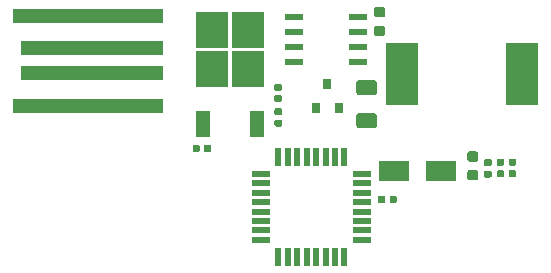
<source format=gbr>
G04 #@! TF.GenerationSoftware,KiCad,Pcbnew,(5.1.0-0)*
G04 #@! TF.CreationDate,2020-07-07T18:13:47+01:00*
G04 #@! TF.ProjectId,autoFan,6175746f-4661-46e2-9e6b-696361645f70,rev?*
G04 #@! TF.SameCoordinates,Original*
G04 #@! TF.FileFunction,Paste,Top*
G04 #@! TF.FilePolarity,Positive*
%FSLAX46Y46*%
G04 Gerber Fmt 4.6, Leading zero omitted, Abs format (unit mm)*
G04 Created by KiCad (PCBNEW (5.1.0-0)) date 2020-07-07 18:13:47*
%MOMM*%
%LPD*%
G04 APERTURE LIST*
%ADD10C,0.100000*%
%ADD11C,0.590000*%
%ADD12R,2.500000X1.800000*%
%ADD13R,2.800000X5.300000*%
%ADD14R,0.800000X0.900000*%
%ADD15C,1.250000*%
%ADD16R,1.200000X2.200000*%
%ADD17R,2.750000X3.050000*%
%ADD18R,1.600000X0.550000*%
%ADD19R,0.550000X1.600000*%
%ADD20R,1.550000X0.600000*%
%ADD21R,12.065000X1.270000*%
%ADD22R,12.700000X1.270000*%
%ADD23C,0.875000*%
G04 APERTURE END LIST*
D10*
G36*
X176651958Y-114140710D02*
G01*
X176666276Y-114142834D01*
X176680317Y-114146351D01*
X176693946Y-114151228D01*
X176707031Y-114157417D01*
X176719447Y-114164858D01*
X176731073Y-114173481D01*
X176741798Y-114183202D01*
X176751519Y-114193927D01*
X176760142Y-114205553D01*
X176767583Y-114217969D01*
X176773772Y-114231054D01*
X176778649Y-114244683D01*
X176782166Y-114258724D01*
X176784290Y-114273042D01*
X176785000Y-114287500D01*
X176785000Y-114632500D01*
X176784290Y-114646958D01*
X176782166Y-114661276D01*
X176778649Y-114675317D01*
X176773772Y-114688946D01*
X176767583Y-114702031D01*
X176760142Y-114714447D01*
X176751519Y-114726073D01*
X176741798Y-114736798D01*
X176731073Y-114746519D01*
X176719447Y-114755142D01*
X176707031Y-114762583D01*
X176693946Y-114768772D01*
X176680317Y-114773649D01*
X176666276Y-114777166D01*
X176651958Y-114779290D01*
X176637500Y-114780000D01*
X176342500Y-114780000D01*
X176328042Y-114779290D01*
X176313724Y-114777166D01*
X176299683Y-114773649D01*
X176286054Y-114768772D01*
X176272969Y-114762583D01*
X176260553Y-114755142D01*
X176248927Y-114746519D01*
X176238202Y-114736798D01*
X176228481Y-114726073D01*
X176219858Y-114714447D01*
X176212417Y-114702031D01*
X176206228Y-114688946D01*
X176201351Y-114675317D01*
X176197834Y-114661276D01*
X176195710Y-114646958D01*
X176195000Y-114632500D01*
X176195000Y-114287500D01*
X176195710Y-114273042D01*
X176197834Y-114258724D01*
X176201351Y-114244683D01*
X176206228Y-114231054D01*
X176212417Y-114217969D01*
X176219858Y-114205553D01*
X176228481Y-114193927D01*
X176238202Y-114183202D01*
X176248927Y-114173481D01*
X176260553Y-114164858D01*
X176272969Y-114157417D01*
X176286054Y-114151228D01*
X176299683Y-114146351D01*
X176313724Y-114142834D01*
X176328042Y-114140710D01*
X176342500Y-114140000D01*
X176637500Y-114140000D01*
X176651958Y-114140710D01*
X176651958Y-114140710D01*
G37*
D11*
X176490000Y-114460000D03*
D10*
G36*
X175681958Y-114140710D02*
G01*
X175696276Y-114142834D01*
X175710317Y-114146351D01*
X175723946Y-114151228D01*
X175737031Y-114157417D01*
X175749447Y-114164858D01*
X175761073Y-114173481D01*
X175771798Y-114183202D01*
X175781519Y-114193927D01*
X175790142Y-114205553D01*
X175797583Y-114217969D01*
X175803772Y-114231054D01*
X175808649Y-114244683D01*
X175812166Y-114258724D01*
X175814290Y-114273042D01*
X175815000Y-114287500D01*
X175815000Y-114632500D01*
X175814290Y-114646958D01*
X175812166Y-114661276D01*
X175808649Y-114675317D01*
X175803772Y-114688946D01*
X175797583Y-114702031D01*
X175790142Y-114714447D01*
X175781519Y-114726073D01*
X175771798Y-114736798D01*
X175761073Y-114746519D01*
X175749447Y-114755142D01*
X175737031Y-114762583D01*
X175723946Y-114768772D01*
X175710317Y-114773649D01*
X175696276Y-114777166D01*
X175681958Y-114779290D01*
X175667500Y-114780000D01*
X175372500Y-114780000D01*
X175358042Y-114779290D01*
X175343724Y-114777166D01*
X175329683Y-114773649D01*
X175316054Y-114768772D01*
X175302969Y-114762583D01*
X175290553Y-114755142D01*
X175278927Y-114746519D01*
X175268202Y-114736798D01*
X175258481Y-114726073D01*
X175249858Y-114714447D01*
X175242417Y-114702031D01*
X175236228Y-114688946D01*
X175231351Y-114675317D01*
X175227834Y-114661276D01*
X175225710Y-114646958D01*
X175225000Y-114632500D01*
X175225000Y-114287500D01*
X175225710Y-114273042D01*
X175227834Y-114258724D01*
X175231351Y-114244683D01*
X175236228Y-114231054D01*
X175242417Y-114217969D01*
X175249858Y-114205553D01*
X175258481Y-114193927D01*
X175268202Y-114183202D01*
X175278927Y-114173481D01*
X175290553Y-114164858D01*
X175302969Y-114157417D01*
X175316054Y-114151228D01*
X175329683Y-114146351D01*
X175343724Y-114142834D01*
X175358042Y-114140710D01*
X175372500Y-114140000D01*
X175667500Y-114140000D01*
X175681958Y-114140710D01*
X175681958Y-114140710D01*
G37*
D11*
X175520000Y-114460000D03*
D10*
G36*
X182646958Y-108985710D02*
G01*
X182661276Y-108987834D01*
X182675317Y-108991351D01*
X182688946Y-108996228D01*
X182702031Y-109002417D01*
X182714447Y-109009858D01*
X182726073Y-109018481D01*
X182736798Y-109028202D01*
X182746519Y-109038927D01*
X182755142Y-109050553D01*
X182762583Y-109062969D01*
X182768772Y-109076054D01*
X182773649Y-109089683D01*
X182777166Y-109103724D01*
X182779290Y-109118042D01*
X182780000Y-109132500D01*
X182780000Y-109427500D01*
X182779290Y-109441958D01*
X182777166Y-109456276D01*
X182773649Y-109470317D01*
X182768772Y-109483946D01*
X182762583Y-109497031D01*
X182755142Y-109509447D01*
X182746519Y-109521073D01*
X182736798Y-109531798D01*
X182726073Y-109541519D01*
X182714447Y-109550142D01*
X182702031Y-109557583D01*
X182688946Y-109563772D01*
X182675317Y-109568649D01*
X182661276Y-109572166D01*
X182646958Y-109574290D01*
X182632500Y-109575000D01*
X182287500Y-109575000D01*
X182273042Y-109574290D01*
X182258724Y-109572166D01*
X182244683Y-109568649D01*
X182231054Y-109563772D01*
X182217969Y-109557583D01*
X182205553Y-109550142D01*
X182193927Y-109541519D01*
X182183202Y-109531798D01*
X182173481Y-109521073D01*
X182164858Y-109509447D01*
X182157417Y-109497031D01*
X182151228Y-109483946D01*
X182146351Y-109470317D01*
X182142834Y-109456276D01*
X182140710Y-109441958D01*
X182140000Y-109427500D01*
X182140000Y-109132500D01*
X182140710Y-109118042D01*
X182142834Y-109103724D01*
X182146351Y-109089683D01*
X182151228Y-109076054D01*
X182157417Y-109062969D01*
X182164858Y-109050553D01*
X182173481Y-109038927D01*
X182183202Y-109028202D01*
X182193927Y-109018481D01*
X182205553Y-109009858D01*
X182217969Y-109002417D01*
X182231054Y-108996228D01*
X182244683Y-108991351D01*
X182258724Y-108987834D01*
X182273042Y-108985710D01*
X182287500Y-108985000D01*
X182632500Y-108985000D01*
X182646958Y-108985710D01*
X182646958Y-108985710D01*
G37*
D11*
X182460000Y-109280000D03*
D10*
G36*
X182646958Y-109955710D02*
G01*
X182661276Y-109957834D01*
X182675317Y-109961351D01*
X182688946Y-109966228D01*
X182702031Y-109972417D01*
X182714447Y-109979858D01*
X182726073Y-109988481D01*
X182736798Y-109998202D01*
X182746519Y-110008927D01*
X182755142Y-110020553D01*
X182762583Y-110032969D01*
X182768772Y-110046054D01*
X182773649Y-110059683D01*
X182777166Y-110073724D01*
X182779290Y-110088042D01*
X182780000Y-110102500D01*
X182780000Y-110397500D01*
X182779290Y-110411958D01*
X182777166Y-110426276D01*
X182773649Y-110440317D01*
X182768772Y-110453946D01*
X182762583Y-110467031D01*
X182755142Y-110479447D01*
X182746519Y-110491073D01*
X182736798Y-110501798D01*
X182726073Y-110511519D01*
X182714447Y-110520142D01*
X182702031Y-110527583D01*
X182688946Y-110533772D01*
X182675317Y-110538649D01*
X182661276Y-110542166D01*
X182646958Y-110544290D01*
X182632500Y-110545000D01*
X182287500Y-110545000D01*
X182273042Y-110544290D01*
X182258724Y-110542166D01*
X182244683Y-110538649D01*
X182231054Y-110533772D01*
X182217969Y-110527583D01*
X182205553Y-110520142D01*
X182193927Y-110511519D01*
X182183202Y-110501798D01*
X182173481Y-110491073D01*
X182164858Y-110479447D01*
X182157417Y-110467031D01*
X182151228Y-110453946D01*
X182146351Y-110440317D01*
X182142834Y-110426276D01*
X182140710Y-110411958D01*
X182140000Y-110397500D01*
X182140000Y-110102500D01*
X182140710Y-110088042D01*
X182142834Y-110073724D01*
X182146351Y-110059683D01*
X182151228Y-110046054D01*
X182157417Y-110032969D01*
X182164858Y-110020553D01*
X182173481Y-110008927D01*
X182183202Y-109998202D01*
X182193927Y-109988481D01*
X182205553Y-109979858D01*
X182217969Y-109972417D01*
X182231054Y-109966228D01*
X182244683Y-109961351D01*
X182258724Y-109957834D01*
X182273042Y-109955710D01*
X182287500Y-109955000D01*
X182632500Y-109955000D01*
X182646958Y-109955710D01*
X182646958Y-109955710D01*
G37*
D11*
X182460000Y-110250000D03*
D10*
G36*
X182666958Y-111050710D02*
G01*
X182681276Y-111052834D01*
X182695317Y-111056351D01*
X182708946Y-111061228D01*
X182722031Y-111067417D01*
X182734447Y-111074858D01*
X182746073Y-111083481D01*
X182756798Y-111093202D01*
X182766519Y-111103927D01*
X182775142Y-111115553D01*
X182782583Y-111127969D01*
X182788772Y-111141054D01*
X182793649Y-111154683D01*
X182797166Y-111168724D01*
X182799290Y-111183042D01*
X182800000Y-111197500D01*
X182800000Y-111492500D01*
X182799290Y-111506958D01*
X182797166Y-111521276D01*
X182793649Y-111535317D01*
X182788772Y-111548946D01*
X182782583Y-111562031D01*
X182775142Y-111574447D01*
X182766519Y-111586073D01*
X182756798Y-111596798D01*
X182746073Y-111606519D01*
X182734447Y-111615142D01*
X182722031Y-111622583D01*
X182708946Y-111628772D01*
X182695317Y-111633649D01*
X182681276Y-111637166D01*
X182666958Y-111639290D01*
X182652500Y-111640000D01*
X182307500Y-111640000D01*
X182293042Y-111639290D01*
X182278724Y-111637166D01*
X182264683Y-111633649D01*
X182251054Y-111628772D01*
X182237969Y-111622583D01*
X182225553Y-111615142D01*
X182213927Y-111606519D01*
X182203202Y-111596798D01*
X182193481Y-111586073D01*
X182184858Y-111574447D01*
X182177417Y-111562031D01*
X182171228Y-111548946D01*
X182166351Y-111535317D01*
X182162834Y-111521276D01*
X182160710Y-111506958D01*
X182160000Y-111492500D01*
X182160000Y-111197500D01*
X182160710Y-111183042D01*
X182162834Y-111168724D01*
X182166351Y-111154683D01*
X182171228Y-111141054D01*
X182177417Y-111127969D01*
X182184858Y-111115553D01*
X182193481Y-111103927D01*
X182203202Y-111093202D01*
X182213927Y-111083481D01*
X182225553Y-111074858D01*
X182237969Y-111067417D01*
X182251054Y-111061228D01*
X182264683Y-111056351D01*
X182278724Y-111052834D01*
X182293042Y-111050710D01*
X182307500Y-111050000D01*
X182652500Y-111050000D01*
X182666958Y-111050710D01*
X182666958Y-111050710D01*
G37*
D11*
X182480000Y-111345000D03*
D10*
G36*
X182666958Y-112020710D02*
G01*
X182681276Y-112022834D01*
X182695317Y-112026351D01*
X182708946Y-112031228D01*
X182722031Y-112037417D01*
X182734447Y-112044858D01*
X182746073Y-112053481D01*
X182756798Y-112063202D01*
X182766519Y-112073927D01*
X182775142Y-112085553D01*
X182782583Y-112097969D01*
X182788772Y-112111054D01*
X182793649Y-112124683D01*
X182797166Y-112138724D01*
X182799290Y-112153042D01*
X182800000Y-112167500D01*
X182800000Y-112462500D01*
X182799290Y-112476958D01*
X182797166Y-112491276D01*
X182793649Y-112505317D01*
X182788772Y-112518946D01*
X182782583Y-112532031D01*
X182775142Y-112544447D01*
X182766519Y-112556073D01*
X182756798Y-112566798D01*
X182746073Y-112576519D01*
X182734447Y-112585142D01*
X182722031Y-112592583D01*
X182708946Y-112598772D01*
X182695317Y-112603649D01*
X182681276Y-112607166D01*
X182666958Y-112609290D01*
X182652500Y-112610000D01*
X182307500Y-112610000D01*
X182293042Y-112609290D01*
X182278724Y-112607166D01*
X182264683Y-112603649D01*
X182251054Y-112598772D01*
X182237969Y-112592583D01*
X182225553Y-112585142D01*
X182213927Y-112576519D01*
X182203202Y-112566798D01*
X182193481Y-112556073D01*
X182184858Y-112544447D01*
X182177417Y-112532031D01*
X182171228Y-112518946D01*
X182166351Y-112505317D01*
X182162834Y-112491276D01*
X182160710Y-112476958D01*
X182160000Y-112462500D01*
X182160000Y-112167500D01*
X182160710Y-112153042D01*
X182162834Y-112138724D01*
X182166351Y-112124683D01*
X182171228Y-112111054D01*
X182177417Y-112097969D01*
X182184858Y-112085553D01*
X182193481Y-112073927D01*
X182203202Y-112063202D01*
X182213927Y-112053481D01*
X182225553Y-112044858D01*
X182237969Y-112037417D01*
X182251054Y-112031228D01*
X182264683Y-112026351D01*
X182278724Y-112022834D01*
X182293042Y-112020710D01*
X182307500Y-112020000D01*
X182652500Y-112020000D01*
X182666958Y-112020710D01*
X182666958Y-112020710D01*
G37*
D11*
X182480000Y-112315000D03*
D10*
G36*
X202496958Y-116300710D02*
G01*
X202511276Y-116302834D01*
X202525317Y-116306351D01*
X202538946Y-116311228D01*
X202552031Y-116317417D01*
X202564447Y-116324858D01*
X202576073Y-116333481D01*
X202586798Y-116343202D01*
X202596519Y-116353927D01*
X202605142Y-116365553D01*
X202612583Y-116377969D01*
X202618772Y-116391054D01*
X202623649Y-116404683D01*
X202627166Y-116418724D01*
X202629290Y-116433042D01*
X202630000Y-116447500D01*
X202630000Y-116742500D01*
X202629290Y-116756958D01*
X202627166Y-116771276D01*
X202623649Y-116785317D01*
X202618772Y-116798946D01*
X202612583Y-116812031D01*
X202605142Y-116824447D01*
X202596519Y-116836073D01*
X202586798Y-116846798D01*
X202576073Y-116856519D01*
X202564447Y-116865142D01*
X202552031Y-116872583D01*
X202538946Y-116878772D01*
X202525317Y-116883649D01*
X202511276Y-116887166D01*
X202496958Y-116889290D01*
X202482500Y-116890000D01*
X202137500Y-116890000D01*
X202123042Y-116889290D01*
X202108724Y-116887166D01*
X202094683Y-116883649D01*
X202081054Y-116878772D01*
X202067969Y-116872583D01*
X202055553Y-116865142D01*
X202043927Y-116856519D01*
X202033202Y-116846798D01*
X202023481Y-116836073D01*
X202014858Y-116824447D01*
X202007417Y-116812031D01*
X202001228Y-116798946D01*
X201996351Y-116785317D01*
X201992834Y-116771276D01*
X201990710Y-116756958D01*
X201990000Y-116742500D01*
X201990000Y-116447500D01*
X201990710Y-116433042D01*
X201992834Y-116418724D01*
X201996351Y-116404683D01*
X202001228Y-116391054D01*
X202007417Y-116377969D01*
X202014858Y-116365553D01*
X202023481Y-116353927D01*
X202033202Y-116343202D01*
X202043927Y-116333481D01*
X202055553Y-116324858D01*
X202067969Y-116317417D01*
X202081054Y-116311228D01*
X202094683Y-116306351D01*
X202108724Y-116302834D01*
X202123042Y-116300710D01*
X202137500Y-116300000D01*
X202482500Y-116300000D01*
X202496958Y-116300710D01*
X202496958Y-116300710D01*
G37*
D11*
X202310000Y-116595000D03*
D10*
G36*
X202496958Y-115330710D02*
G01*
X202511276Y-115332834D01*
X202525317Y-115336351D01*
X202538946Y-115341228D01*
X202552031Y-115347417D01*
X202564447Y-115354858D01*
X202576073Y-115363481D01*
X202586798Y-115373202D01*
X202596519Y-115383927D01*
X202605142Y-115395553D01*
X202612583Y-115407969D01*
X202618772Y-115421054D01*
X202623649Y-115434683D01*
X202627166Y-115448724D01*
X202629290Y-115463042D01*
X202630000Y-115477500D01*
X202630000Y-115772500D01*
X202629290Y-115786958D01*
X202627166Y-115801276D01*
X202623649Y-115815317D01*
X202618772Y-115828946D01*
X202612583Y-115842031D01*
X202605142Y-115854447D01*
X202596519Y-115866073D01*
X202586798Y-115876798D01*
X202576073Y-115886519D01*
X202564447Y-115895142D01*
X202552031Y-115902583D01*
X202538946Y-115908772D01*
X202525317Y-115913649D01*
X202511276Y-115917166D01*
X202496958Y-115919290D01*
X202482500Y-115920000D01*
X202137500Y-115920000D01*
X202123042Y-115919290D01*
X202108724Y-115917166D01*
X202094683Y-115913649D01*
X202081054Y-115908772D01*
X202067969Y-115902583D01*
X202055553Y-115895142D01*
X202043927Y-115886519D01*
X202033202Y-115876798D01*
X202023481Y-115866073D01*
X202014858Y-115854447D01*
X202007417Y-115842031D01*
X202001228Y-115828946D01*
X201996351Y-115815317D01*
X201992834Y-115801276D01*
X201990710Y-115786958D01*
X201990000Y-115772500D01*
X201990000Y-115477500D01*
X201990710Y-115463042D01*
X201992834Y-115448724D01*
X201996351Y-115434683D01*
X202001228Y-115421054D01*
X202007417Y-115407969D01*
X202014858Y-115395553D01*
X202023481Y-115383927D01*
X202033202Y-115373202D01*
X202043927Y-115363481D01*
X202055553Y-115354858D01*
X202067969Y-115347417D01*
X202081054Y-115341228D01*
X202094683Y-115336351D01*
X202108724Y-115332834D01*
X202123042Y-115330710D01*
X202137500Y-115330000D01*
X202482500Y-115330000D01*
X202496958Y-115330710D01*
X202496958Y-115330710D01*
G37*
D11*
X202310000Y-115625000D03*
D10*
G36*
X200416958Y-116340710D02*
G01*
X200431276Y-116342834D01*
X200445317Y-116346351D01*
X200458946Y-116351228D01*
X200472031Y-116357417D01*
X200484447Y-116364858D01*
X200496073Y-116373481D01*
X200506798Y-116383202D01*
X200516519Y-116393927D01*
X200525142Y-116405553D01*
X200532583Y-116417969D01*
X200538772Y-116431054D01*
X200543649Y-116444683D01*
X200547166Y-116458724D01*
X200549290Y-116473042D01*
X200550000Y-116487500D01*
X200550000Y-116782500D01*
X200549290Y-116796958D01*
X200547166Y-116811276D01*
X200543649Y-116825317D01*
X200538772Y-116838946D01*
X200532583Y-116852031D01*
X200525142Y-116864447D01*
X200516519Y-116876073D01*
X200506798Y-116886798D01*
X200496073Y-116896519D01*
X200484447Y-116905142D01*
X200472031Y-116912583D01*
X200458946Y-116918772D01*
X200445317Y-116923649D01*
X200431276Y-116927166D01*
X200416958Y-116929290D01*
X200402500Y-116930000D01*
X200057500Y-116930000D01*
X200043042Y-116929290D01*
X200028724Y-116927166D01*
X200014683Y-116923649D01*
X200001054Y-116918772D01*
X199987969Y-116912583D01*
X199975553Y-116905142D01*
X199963927Y-116896519D01*
X199953202Y-116886798D01*
X199943481Y-116876073D01*
X199934858Y-116864447D01*
X199927417Y-116852031D01*
X199921228Y-116838946D01*
X199916351Y-116825317D01*
X199912834Y-116811276D01*
X199910710Y-116796958D01*
X199910000Y-116782500D01*
X199910000Y-116487500D01*
X199910710Y-116473042D01*
X199912834Y-116458724D01*
X199916351Y-116444683D01*
X199921228Y-116431054D01*
X199927417Y-116417969D01*
X199934858Y-116405553D01*
X199943481Y-116393927D01*
X199953202Y-116383202D01*
X199963927Y-116373481D01*
X199975553Y-116364858D01*
X199987969Y-116357417D01*
X200001054Y-116351228D01*
X200014683Y-116346351D01*
X200028724Y-116342834D01*
X200043042Y-116340710D01*
X200057500Y-116340000D01*
X200402500Y-116340000D01*
X200416958Y-116340710D01*
X200416958Y-116340710D01*
G37*
D11*
X200230000Y-116635000D03*
D10*
G36*
X200416958Y-115370710D02*
G01*
X200431276Y-115372834D01*
X200445317Y-115376351D01*
X200458946Y-115381228D01*
X200472031Y-115387417D01*
X200484447Y-115394858D01*
X200496073Y-115403481D01*
X200506798Y-115413202D01*
X200516519Y-115423927D01*
X200525142Y-115435553D01*
X200532583Y-115447969D01*
X200538772Y-115461054D01*
X200543649Y-115474683D01*
X200547166Y-115488724D01*
X200549290Y-115503042D01*
X200550000Y-115517500D01*
X200550000Y-115812500D01*
X200549290Y-115826958D01*
X200547166Y-115841276D01*
X200543649Y-115855317D01*
X200538772Y-115868946D01*
X200532583Y-115882031D01*
X200525142Y-115894447D01*
X200516519Y-115906073D01*
X200506798Y-115916798D01*
X200496073Y-115926519D01*
X200484447Y-115935142D01*
X200472031Y-115942583D01*
X200458946Y-115948772D01*
X200445317Y-115953649D01*
X200431276Y-115957166D01*
X200416958Y-115959290D01*
X200402500Y-115960000D01*
X200057500Y-115960000D01*
X200043042Y-115959290D01*
X200028724Y-115957166D01*
X200014683Y-115953649D01*
X200001054Y-115948772D01*
X199987969Y-115942583D01*
X199975553Y-115935142D01*
X199963927Y-115926519D01*
X199953202Y-115916798D01*
X199943481Y-115906073D01*
X199934858Y-115894447D01*
X199927417Y-115882031D01*
X199921228Y-115868946D01*
X199916351Y-115855317D01*
X199912834Y-115841276D01*
X199910710Y-115826958D01*
X199910000Y-115812500D01*
X199910000Y-115517500D01*
X199910710Y-115503042D01*
X199912834Y-115488724D01*
X199916351Y-115474683D01*
X199921228Y-115461054D01*
X199927417Y-115447969D01*
X199934858Y-115435553D01*
X199943481Y-115423927D01*
X199953202Y-115413202D01*
X199963927Y-115403481D01*
X199975553Y-115394858D01*
X199987969Y-115387417D01*
X200001054Y-115381228D01*
X200014683Y-115376351D01*
X200028724Y-115372834D01*
X200043042Y-115370710D01*
X200057500Y-115370000D01*
X200402500Y-115370000D01*
X200416958Y-115370710D01*
X200416958Y-115370710D01*
G37*
D11*
X200230000Y-115665000D03*
D12*
X196290000Y-116410000D03*
X192290000Y-116410000D03*
D13*
X203100000Y-108130000D03*
X193000000Y-108130000D03*
D14*
X185690000Y-111000000D03*
X187590000Y-111000000D03*
X186640000Y-109000000D03*
D10*
G36*
X191391958Y-118450710D02*
G01*
X191406276Y-118452834D01*
X191420317Y-118456351D01*
X191433946Y-118461228D01*
X191447031Y-118467417D01*
X191459447Y-118474858D01*
X191471073Y-118483481D01*
X191481798Y-118493202D01*
X191491519Y-118503927D01*
X191500142Y-118515553D01*
X191507583Y-118527969D01*
X191513772Y-118541054D01*
X191518649Y-118554683D01*
X191522166Y-118568724D01*
X191524290Y-118583042D01*
X191525000Y-118597500D01*
X191525000Y-118942500D01*
X191524290Y-118956958D01*
X191522166Y-118971276D01*
X191518649Y-118985317D01*
X191513772Y-118998946D01*
X191507583Y-119012031D01*
X191500142Y-119024447D01*
X191491519Y-119036073D01*
X191481798Y-119046798D01*
X191471073Y-119056519D01*
X191459447Y-119065142D01*
X191447031Y-119072583D01*
X191433946Y-119078772D01*
X191420317Y-119083649D01*
X191406276Y-119087166D01*
X191391958Y-119089290D01*
X191377500Y-119090000D01*
X191082500Y-119090000D01*
X191068042Y-119089290D01*
X191053724Y-119087166D01*
X191039683Y-119083649D01*
X191026054Y-119078772D01*
X191012969Y-119072583D01*
X191000553Y-119065142D01*
X190988927Y-119056519D01*
X190978202Y-119046798D01*
X190968481Y-119036073D01*
X190959858Y-119024447D01*
X190952417Y-119012031D01*
X190946228Y-118998946D01*
X190941351Y-118985317D01*
X190937834Y-118971276D01*
X190935710Y-118956958D01*
X190935000Y-118942500D01*
X190935000Y-118597500D01*
X190935710Y-118583042D01*
X190937834Y-118568724D01*
X190941351Y-118554683D01*
X190946228Y-118541054D01*
X190952417Y-118527969D01*
X190959858Y-118515553D01*
X190968481Y-118503927D01*
X190978202Y-118493202D01*
X190988927Y-118483481D01*
X191000553Y-118474858D01*
X191012969Y-118467417D01*
X191026054Y-118461228D01*
X191039683Y-118456351D01*
X191053724Y-118452834D01*
X191068042Y-118450710D01*
X191082500Y-118450000D01*
X191377500Y-118450000D01*
X191391958Y-118450710D01*
X191391958Y-118450710D01*
G37*
D11*
X191230000Y-118770000D03*
D10*
G36*
X192361958Y-118450710D02*
G01*
X192376276Y-118452834D01*
X192390317Y-118456351D01*
X192403946Y-118461228D01*
X192417031Y-118467417D01*
X192429447Y-118474858D01*
X192441073Y-118483481D01*
X192451798Y-118493202D01*
X192461519Y-118503927D01*
X192470142Y-118515553D01*
X192477583Y-118527969D01*
X192483772Y-118541054D01*
X192488649Y-118554683D01*
X192492166Y-118568724D01*
X192494290Y-118583042D01*
X192495000Y-118597500D01*
X192495000Y-118942500D01*
X192494290Y-118956958D01*
X192492166Y-118971276D01*
X192488649Y-118985317D01*
X192483772Y-118998946D01*
X192477583Y-119012031D01*
X192470142Y-119024447D01*
X192461519Y-119036073D01*
X192451798Y-119046798D01*
X192441073Y-119056519D01*
X192429447Y-119065142D01*
X192417031Y-119072583D01*
X192403946Y-119078772D01*
X192390317Y-119083649D01*
X192376276Y-119087166D01*
X192361958Y-119089290D01*
X192347500Y-119090000D01*
X192052500Y-119090000D01*
X192038042Y-119089290D01*
X192023724Y-119087166D01*
X192009683Y-119083649D01*
X191996054Y-119078772D01*
X191982969Y-119072583D01*
X191970553Y-119065142D01*
X191958927Y-119056519D01*
X191948202Y-119046798D01*
X191938481Y-119036073D01*
X191929858Y-119024447D01*
X191922417Y-119012031D01*
X191916228Y-118998946D01*
X191911351Y-118985317D01*
X191907834Y-118971276D01*
X191905710Y-118956958D01*
X191905000Y-118942500D01*
X191905000Y-118597500D01*
X191905710Y-118583042D01*
X191907834Y-118568724D01*
X191911351Y-118554683D01*
X191916228Y-118541054D01*
X191922417Y-118527969D01*
X191929858Y-118515553D01*
X191938481Y-118503927D01*
X191948202Y-118493202D01*
X191958927Y-118483481D01*
X191970553Y-118474858D01*
X191982969Y-118467417D01*
X191996054Y-118461228D01*
X192009683Y-118456351D01*
X192023724Y-118452834D01*
X192038042Y-118450710D01*
X192052500Y-118450000D01*
X192347500Y-118450000D01*
X192361958Y-118450710D01*
X192361958Y-118450710D01*
G37*
D11*
X192200000Y-118770000D03*
D10*
G36*
X201476958Y-115340710D02*
G01*
X201491276Y-115342834D01*
X201505317Y-115346351D01*
X201518946Y-115351228D01*
X201532031Y-115357417D01*
X201544447Y-115364858D01*
X201556073Y-115373481D01*
X201566798Y-115383202D01*
X201576519Y-115393927D01*
X201585142Y-115405553D01*
X201592583Y-115417969D01*
X201598772Y-115431054D01*
X201603649Y-115444683D01*
X201607166Y-115458724D01*
X201609290Y-115473042D01*
X201610000Y-115487500D01*
X201610000Y-115782500D01*
X201609290Y-115796958D01*
X201607166Y-115811276D01*
X201603649Y-115825317D01*
X201598772Y-115838946D01*
X201592583Y-115852031D01*
X201585142Y-115864447D01*
X201576519Y-115876073D01*
X201566798Y-115886798D01*
X201556073Y-115896519D01*
X201544447Y-115905142D01*
X201532031Y-115912583D01*
X201518946Y-115918772D01*
X201505317Y-115923649D01*
X201491276Y-115927166D01*
X201476958Y-115929290D01*
X201462500Y-115930000D01*
X201117500Y-115930000D01*
X201103042Y-115929290D01*
X201088724Y-115927166D01*
X201074683Y-115923649D01*
X201061054Y-115918772D01*
X201047969Y-115912583D01*
X201035553Y-115905142D01*
X201023927Y-115896519D01*
X201013202Y-115886798D01*
X201003481Y-115876073D01*
X200994858Y-115864447D01*
X200987417Y-115852031D01*
X200981228Y-115838946D01*
X200976351Y-115825317D01*
X200972834Y-115811276D01*
X200970710Y-115796958D01*
X200970000Y-115782500D01*
X200970000Y-115487500D01*
X200970710Y-115473042D01*
X200972834Y-115458724D01*
X200976351Y-115444683D01*
X200981228Y-115431054D01*
X200987417Y-115417969D01*
X200994858Y-115405553D01*
X201003481Y-115393927D01*
X201013202Y-115383202D01*
X201023927Y-115373481D01*
X201035553Y-115364858D01*
X201047969Y-115357417D01*
X201061054Y-115351228D01*
X201074683Y-115346351D01*
X201088724Y-115342834D01*
X201103042Y-115340710D01*
X201117500Y-115340000D01*
X201462500Y-115340000D01*
X201476958Y-115340710D01*
X201476958Y-115340710D01*
G37*
D11*
X201290000Y-115635000D03*
D10*
G36*
X201476958Y-116310710D02*
G01*
X201491276Y-116312834D01*
X201505317Y-116316351D01*
X201518946Y-116321228D01*
X201532031Y-116327417D01*
X201544447Y-116334858D01*
X201556073Y-116343481D01*
X201566798Y-116353202D01*
X201576519Y-116363927D01*
X201585142Y-116375553D01*
X201592583Y-116387969D01*
X201598772Y-116401054D01*
X201603649Y-116414683D01*
X201607166Y-116428724D01*
X201609290Y-116443042D01*
X201610000Y-116457500D01*
X201610000Y-116752500D01*
X201609290Y-116766958D01*
X201607166Y-116781276D01*
X201603649Y-116795317D01*
X201598772Y-116808946D01*
X201592583Y-116822031D01*
X201585142Y-116834447D01*
X201576519Y-116846073D01*
X201566798Y-116856798D01*
X201556073Y-116866519D01*
X201544447Y-116875142D01*
X201532031Y-116882583D01*
X201518946Y-116888772D01*
X201505317Y-116893649D01*
X201491276Y-116897166D01*
X201476958Y-116899290D01*
X201462500Y-116900000D01*
X201117500Y-116900000D01*
X201103042Y-116899290D01*
X201088724Y-116897166D01*
X201074683Y-116893649D01*
X201061054Y-116888772D01*
X201047969Y-116882583D01*
X201035553Y-116875142D01*
X201023927Y-116866519D01*
X201013202Y-116856798D01*
X201003481Y-116846073D01*
X200994858Y-116834447D01*
X200987417Y-116822031D01*
X200981228Y-116808946D01*
X200976351Y-116795317D01*
X200972834Y-116781276D01*
X200970710Y-116766958D01*
X200970000Y-116752500D01*
X200970000Y-116457500D01*
X200970710Y-116443042D01*
X200972834Y-116428724D01*
X200976351Y-116414683D01*
X200981228Y-116401054D01*
X200987417Y-116387969D01*
X200994858Y-116375553D01*
X201003481Y-116363927D01*
X201013202Y-116353202D01*
X201023927Y-116343481D01*
X201035553Y-116334858D01*
X201047969Y-116327417D01*
X201061054Y-116321228D01*
X201074683Y-116316351D01*
X201088724Y-116312834D01*
X201103042Y-116310710D01*
X201117500Y-116310000D01*
X201462500Y-116310000D01*
X201476958Y-116310710D01*
X201476958Y-116310710D01*
G37*
D11*
X201290000Y-116605000D03*
D10*
G36*
X190619504Y-111496204D02*
G01*
X190643773Y-111499804D01*
X190667571Y-111505765D01*
X190690671Y-111514030D01*
X190712849Y-111524520D01*
X190733893Y-111537133D01*
X190753598Y-111551747D01*
X190771777Y-111568223D01*
X190788253Y-111586402D01*
X190802867Y-111606107D01*
X190815480Y-111627151D01*
X190825970Y-111649329D01*
X190834235Y-111672429D01*
X190840196Y-111696227D01*
X190843796Y-111720496D01*
X190845000Y-111745000D01*
X190845000Y-112495000D01*
X190843796Y-112519504D01*
X190840196Y-112543773D01*
X190834235Y-112567571D01*
X190825970Y-112590671D01*
X190815480Y-112612849D01*
X190802867Y-112633893D01*
X190788253Y-112653598D01*
X190771777Y-112671777D01*
X190753598Y-112688253D01*
X190733893Y-112702867D01*
X190712849Y-112715480D01*
X190690671Y-112725970D01*
X190667571Y-112734235D01*
X190643773Y-112740196D01*
X190619504Y-112743796D01*
X190595000Y-112745000D01*
X189345000Y-112745000D01*
X189320496Y-112743796D01*
X189296227Y-112740196D01*
X189272429Y-112734235D01*
X189249329Y-112725970D01*
X189227151Y-112715480D01*
X189206107Y-112702867D01*
X189186402Y-112688253D01*
X189168223Y-112671777D01*
X189151747Y-112653598D01*
X189137133Y-112633893D01*
X189124520Y-112612849D01*
X189114030Y-112590671D01*
X189105765Y-112567571D01*
X189099804Y-112543773D01*
X189096204Y-112519504D01*
X189095000Y-112495000D01*
X189095000Y-111745000D01*
X189096204Y-111720496D01*
X189099804Y-111696227D01*
X189105765Y-111672429D01*
X189114030Y-111649329D01*
X189124520Y-111627151D01*
X189137133Y-111606107D01*
X189151747Y-111586402D01*
X189168223Y-111568223D01*
X189186402Y-111551747D01*
X189206107Y-111537133D01*
X189227151Y-111524520D01*
X189249329Y-111514030D01*
X189272429Y-111505765D01*
X189296227Y-111499804D01*
X189320496Y-111496204D01*
X189345000Y-111495000D01*
X190595000Y-111495000D01*
X190619504Y-111496204D01*
X190619504Y-111496204D01*
G37*
D15*
X189970000Y-112120000D03*
D10*
G36*
X190619504Y-108696204D02*
G01*
X190643773Y-108699804D01*
X190667571Y-108705765D01*
X190690671Y-108714030D01*
X190712849Y-108724520D01*
X190733893Y-108737133D01*
X190753598Y-108751747D01*
X190771777Y-108768223D01*
X190788253Y-108786402D01*
X190802867Y-108806107D01*
X190815480Y-108827151D01*
X190825970Y-108849329D01*
X190834235Y-108872429D01*
X190840196Y-108896227D01*
X190843796Y-108920496D01*
X190845000Y-108945000D01*
X190845000Y-109695000D01*
X190843796Y-109719504D01*
X190840196Y-109743773D01*
X190834235Y-109767571D01*
X190825970Y-109790671D01*
X190815480Y-109812849D01*
X190802867Y-109833893D01*
X190788253Y-109853598D01*
X190771777Y-109871777D01*
X190753598Y-109888253D01*
X190733893Y-109902867D01*
X190712849Y-109915480D01*
X190690671Y-109925970D01*
X190667571Y-109934235D01*
X190643773Y-109940196D01*
X190619504Y-109943796D01*
X190595000Y-109945000D01*
X189345000Y-109945000D01*
X189320496Y-109943796D01*
X189296227Y-109940196D01*
X189272429Y-109934235D01*
X189249329Y-109925970D01*
X189227151Y-109915480D01*
X189206107Y-109902867D01*
X189186402Y-109888253D01*
X189168223Y-109871777D01*
X189151747Y-109853598D01*
X189137133Y-109833893D01*
X189124520Y-109812849D01*
X189114030Y-109790671D01*
X189105765Y-109767571D01*
X189099804Y-109743773D01*
X189096204Y-109719504D01*
X189095000Y-109695000D01*
X189095000Y-108945000D01*
X189096204Y-108920496D01*
X189099804Y-108896227D01*
X189105765Y-108872429D01*
X189114030Y-108849329D01*
X189124520Y-108827151D01*
X189137133Y-108806107D01*
X189151747Y-108786402D01*
X189168223Y-108768223D01*
X189186402Y-108751747D01*
X189206107Y-108737133D01*
X189227151Y-108724520D01*
X189249329Y-108714030D01*
X189272429Y-108705765D01*
X189296227Y-108699804D01*
X189320496Y-108696204D01*
X189345000Y-108695000D01*
X190595000Y-108695000D01*
X190619504Y-108696204D01*
X190619504Y-108696204D01*
G37*
D15*
X189970000Y-109320000D03*
D16*
X176120000Y-112380000D03*
X180680000Y-112380000D03*
D17*
X179925000Y-104405000D03*
X176875000Y-107755000D03*
X176875000Y-104405000D03*
X179925000Y-107755000D03*
D18*
X181040000Y-116610000D03*
X181040000Y-117410000D03*
X181040000Y-118210000D03*
X181040000Y-119010000D03*
X181040000Y-119810000D03*
X181040000Y-120610000D03*
X181040000Y-121410000D03*
X181040000Y-122210000D03*
D19*
X182490000Y-123660000D03*
X183290000Y-123660000D03*
X184090000Y-123660000D03*
X184890000Y-123660000D03*
X185690000Y-123660000D03*
X186490000Y-123660000D03*
X187290000Y-123660000D03*
X188090000Y-123660000D03*
D18*
X189540000Y-122210000D03*
X189540000Y-121410000D03*
X189540000Y-120610000D03*
X189540000Y-119810000D03*
X189540000Y-119010000D03*
X189540000Y-118210000D03*
X189540000Y-117410000D03*
X189540000Y-116610000D03*
D19*
X188090000Y-115160000D03*
X187290000Y-115160000D03*
X186490000Y-115160000D03*
X185690000Y-115160000D03*
X184890000Y-115160000D03*
X184090000Y-115160000D03*
X183290000Y-115160000D03*
X182490000Y-115160000D03*
D20*
X183810000Y-103345000D03*
X183810000Y-104615000D03*
X183810000Y-105885000D03*
X183810000Y-107155000D03*
X189210000Y-107155000D03*
X189210000Y-105885000D03*
X189210000Y-104615000D03*
X189210000Y-103345000D03*
D21*
X166702500Y-108117000D03*
D22*
X166385000Y-110847500D03*
X166385000Y-103227500D03*
D21*
X166702500Y-105958000D03*
D10*
G36*
X199237691Y-114718553D02*
G01*
X199258926Y-114721703D01*
X199279750Y-114726919D01*
X199299962Y-114734151D01*
X199319368Y-114743330D01*
X199337781Y-114754366D01*
X199355024Y-114767154D01*
X199370930Y-114781570D01*
X199385346Y-114797476D01*
X199398134Y-114814719D01*
X199409170Y-114833132D01*
X199418349Y-114852538D01*
X199425581Y-114872750D01*
X199430797Y-114893574D01*
X199433947Y-114914809D01*
X199435000Y-114936250D01*
X199435000Y-115373750D01*
X199433947Y-115395191D01*
X199430797Y-115416426D01*
X199425581Y-115437250D01*
X199418349Y-115457462D01*
X199409170Y-115476868D01*
X199398134Y-115495281D01*
X199385346Y-115512524D01*
X199370930Y-115528430D01*
X199355024Y-115542846D01*
X199337781Y-115555634D01*
X199319368Y-115566670D01*
X199299962Y-115575849D01*
X199279750Y-115583081D01*
X199258926Y-115588297D01*
X199237691Y-115591447D01*
X199216250Y-115592500D01*
X198703750Y-115592500D01*
X198682309Y-115591447D01*
X198661074Y-115588297D01*
X198640250Y-115583081D01*
X198620038Y-115575849D01*
X198600632Y-115566670D01*
X198582219Y-115555634D01*
X198564976Y-115542846D01*
X198549070Y-115528430D01*
X198534654Y-115512524D01*
X198521866Y-115495281D01*
X198510830Y-115476868D01*
X198501651Y-115457462D01*
X198494419Y-115437250D01*
X198489203Y-115416426D01*
X198486053Y-115395191D01*
X198485000Y-115373750D01*
X198485000Y-114936250D01*
X198486053Y-114914809D01*
X198489203Y-114893574D01*
X198494419Y-114872750D01*
X198501651Y-114852538D01*
X198510830Y-114833132D01*
X198521866Y-114814719D01*
X198534654Y-114797476D01*
X198549070Y-114781570D01*
X198564976Y-114767154D01*
X198582219Y-114754366D01*
X198600632Y-114743330D01*
X198620038Y-114734151D01*
X198640250Y-114726919D01*
X198661074Y-114721703D01*
X198682309Y-114718553D01*
X198703750Y-114717500D01*
X199216250Y-114717500D01*
X199237691Y-114718553D01*
X199237691Y-114718553D01*
G37*
D23*
X198960000Y-115155000D03*
D10*
G36*
X199237691Y-116293553D02*
G01*
X199258926Y-116296703D01*
X199279750Y-116301919D01*
X199299962Y-116309151D01*
X199319368Y-116318330D01*
X199337781Y-116329366D01*
X199355024Y-116342154D01*
X199370930Y-116356570D01*
X199385346Y-116372476D01*
X199398134Y-116389719D01*
X199409170Y-116408132D01*
X199418349Y-116427538D01*
X199425581Y-116447750D01*
X199430797Y-116468574D01*
X199433947Y-116489809D01*
X199435000Y-116511250D01*
X199435000Y-116948750D01*
X199433947Y-116970191D01*
X199430797Y-116991426D01*
X199425581Y-117012250D01*
X199418349Y-117032462D01*
X199409170Y-117051868D01*
X199398134Y-117070281D01*
X199385346Y-117087524D01*
X199370930Y-117103430D01*
X199355024Y-117117846D01*
X199337781Y-117130634D01*
X199319368Y-117141670D01*
X199299962Y-117150849D01*
X199279750Y-117158081D01*
X199258926Y-117163297D01*
X199237691Y-117166447D01*
X199216250Y-117167500D01*
X198703750Y-117167500D01*
X198682309Y-117166447D01*
X198661074Y-117163297D01*
X198640250Y-117158081D01*
X198620038Y-117150849D01*
X198600632Y-117141670D01*
X198582219Y-117130634D01*
X198564976Y-117117846D01*
X198549070Y-117103430D01*
X198534654Y-117087524D01*
X198521866Y-117070281D01*
X198510830Y-117051868D01*
X198501651Y-117032462D01*
X198494419Y-117012250D01*
X198489203Y-116991426D01*
X198486053Y-116970191D01*
X198485000Y-116948750D01*
X198485000Y-116511250D01*
X198486053Y-116489809D01*
X198489203Y-116468574D01*
X198494419Y-116447750D01*
X198501651Y-116427538D01*
X198510830Y-116408132D01*
X198521866Y-116389719D01*
X198534654Y-116372476D01*
X198549070Y-116356570D01*
X198564976Y-116342154D01*
X198582219Y-116329366D01*
X198600632Y-116318330D01*
X198620038Y-116309151D01*
X198640250Y-116301919D01*
X198661074Y-116296703D01*
X198682309Y-116293553D01*
X198703750Y-116292500D01*
X199216250Y-116292500D01*
X199237691Y-116293553D01*
X199237691Y-116293553D01*
G37*
D23*
X198960000Y-116730000D03*
D10*
G36*
X191337691Y-104071053D02*
G01*
X191358926Y-104074203D01*
X191379750Y-104079419D01*
X191399962Y-104086651D01*
X191419368Y-104095830D01*
X191437781Y-104106866D01*
X191455024Y-104119654D01*
X191470930Y-104134070D01*
X191485346Y-104149976D01*
X191498134Y-104167219D01*
X191509170Y-104185632D01*
X191518349Y-104205038D01*
X191525581Y-104225250D01*
X191530797Y-104246074D01*
X191533947Y-104267309D01*
X191535000Y-104288750D01*
X191535000Y-104726250D01*
X191533947Y-104747691D01*
X191530797Y-104768926D01*
X191525581Y-104789750D01*
X191518349Y-104809962D01*
X191509170Y-104829368D01*
X191498134Y-104847781D01*
X191485346Y-104865024D01*
X191470930Y-104880930D01*
X191455024Y-104895346D01*
X191437781Y-104908134D01*
X191419368Y-104919170D01*
X191399962Y-104928349D01*
X191379750Y-104935581D01*
X191358926Y-104940797D01*
X191337691Y-104943947D01*
X191316250Y-104945000D01*
X190803750Y-104945000D01*
X190782309Y-104943947D01*
X190761074Y-104940797D01*
X190740250Y-104935581D01*
X190720038Y-104928349D01*
X190700632Y-104919170D01*
X190682219Y-104908134D01*
X190664976Y-104895346D01*
X190649070Y-104880930D01*
X190634654Y-104865024D01*
X190621866Y-104847781D01*
X190610830Y-104829368D01*
X190601651Y-104809962D01*
X190594419Y-104789750D01*
X190589203Y-104768926D01*
X190586053Y-104747691D01*
X190585000Y-104726250D01*
X190585000Y-104288750D01*
X190586053Y-104267309D01*
X190589203Y-104246074D01*
X190594419Y-104225250D01*
X190601651Y-104205038D01*
X190610830Y-104185632D01*
X190621866Y-104167219D01*
X190634654Y-104149976D01*
X190649070Y-104134070D01*
X190664976Y-104119654D01*
X190682219Y-104106866D01*
X190700632Y-104095830D01*
X190720038Y-104086651D01*
X190740250Y-104079419D01*
X190761074Y-104074203D01*
X190782309Y-104071053D01*
X190803750Y-104070000D01*
X191316250Y-104070000D01*
X191337691Y-104071053D01*
X191337691Y-104071053D01*
G37*
D23*
X191060000Y-104507500D03*
D10*
G36*
X191337691Y-102496053D02*
G01*
X191358926Y-102499203D01*
X191379750Y-102504419D01*
X191399962Y-102511651D01*
X191419368Y-102520830D01*
X191437781Y-102531866D01*
X191455024Y-102544654D01*
X191470930Y-102559070D01*
X191485346Y-102574976D01*
X191498134Y-102592219D01*
X191509170Y-102610632D01*
X191518349Y-102630038D01*
X191525581Y-102650250D01*
X191530797Y-102671074D01*
X191533947Y-102692309D01*
X191535000Y-102713750D01*
X191535000Y-103151250D01*
X191533947Y-103172691D01*
X191530797Y-103193926D01*
X191525581Y-103214750D01*
X191518349Y-103234962D01*
X191509170Y-103254368D01*
X191498134Y-103272781D01*
X191485346Y-103290024D01*
X191470930Y-103305930D01*
X191455024Y-103320346D01*
X191437781Y-103333134D01*
X191419368Y-103344170D01*
X191399962Y-103353349D01*
X191379750Y-103360581D01*
X191358926Y-103365797D01*
X191337691Y-103368947D01*
X191316250Y-103370000D01*
X190803750Y-103370000D01*
X190782309Y-103368947D01*
X190761074Y-103365797D01*
X190740250Y-103360581D01*
X190720038Y-103353349D01*
X190700632Y-103344170D01*
X190682219Y-103333134D01*
X190664976Y-103320346D01*
X190649070Y-103305930D01*
X190634654Y-103290024D01*
X190621866Y-103272781D01*
X190610830Y-103254368D01*
X190601651Y-103234962D01*
X190594419Y-103214750D01*
X190589203Y-103193926D01*
X190586053Y-103172691D01*
X190585000Y-103151250D01*
X190585000Y-102713750D01*
X190586053Y-102692309D01*
X190589203Y-102671074D01*
X190594419Y-102650250D01*
X190601651Y-102630038D01*
X190610830Y-102610632D01*
X190621866Y-102592219D01*
X190634654Y-102574976D01*
X190649070Y-102559070D01*
X190664976Y-102544654D01*
X190682219Y-102531866D01*
X190700632Y-102520830D01*
X190720038Y-102511651D01*
X190740250Y-102504419D01*
X190761074Y-102499203D01*
X190782309Y-102496053D01*
X190803750Y-102495000D01*
X191316250Y-102495000D01*
X191337691Y-102496053D01*
X191337691Y-102496053D01*
G37*
D23*
X191060000Y-102932500D03*
M02*

</source>
